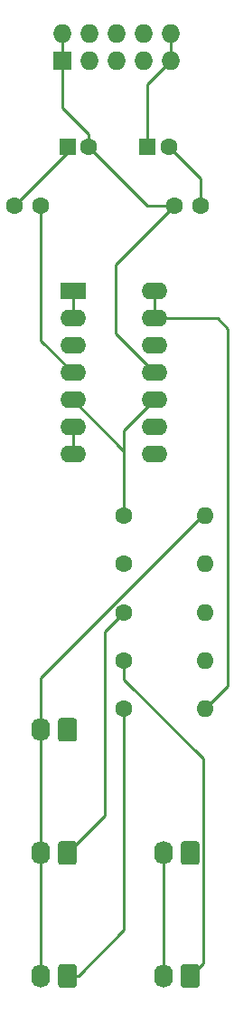
<source format=gbr>
%TF.GenerationSoftware,KiCad,Pcbnew,(5.1.8-0-10_14)*%
%TF.CreationDate,2021-08-22T20:49:35-04:00*%
%TF.ProjectId,bump,62756d70-2e6b-4696-9361-645f70636258,rev?*%
%TF.SameCoordinates,Original*%
%TF.FileFunction,Copper,L1,Top*%
%TF.FilePolarity,Positive*%
%FSLAX46Y46*%
G04 Gerber Fmt 4.6, Leading zero omitted, Abs format (unit mm)*
G04 Created by KiCad (PCBNEW (5.1.8-0-10_14)) date 2021-08-22 20:49:35*
%MOMM*%
%LPD*%
G01*
G04 APERTURE LIST*
%TA.AperFunction,ComponentPad*%
%ADD10C,1.600000*%
%TD*%
%TA.AperFunction,ComponentPad*%
%ADD11R,1.600000X1.600000*%
%TD*%
%TA.AperFunction,ComponentPad*%
%ADD12O,1.740000X2.200000*%
%TD*%
%TA.AperFunction,ComponentPad*%
%ADD13R,1.727200X1.727200*%
%TD*%
%TA.AperFunction,ComponentPad*%
%ADD14O,1.727200X1.727200*%
%TD*%
%TA.AperFunction,ComponentPad*%
%ADD15O,1.600000X1.600000*%
%TD*%
%TA.AperFunction,ComponentPad*%
%ADD16R,2.400000X1.600000*%
%TD*%
%TA.AperFunction,ComponentPad*%
%ADD17O,2.400000X1.600000*%
%TD*%
%TA.AperFunction,Conductor*%
%ADD18C,0.250000*%
%TD*%
G04 APERTURE END LIST*
D10*
%TO.P,C1,2*%
%TO.N,GND*%
X67500000Y-66000000D03*
D11*
%TO.P,C1,1*%
%TO.N,Net-(C1-Pad1)*%
X65500000Y-66000000D03*
%TD*%
%TO.P,C2,1*%
%TO.N,GND*%
X58000000Y-66000000D03*
D10*
%TO.P,C2,2*%
%TO.N,Net-(C2-Pad2)*%
X60000000Y-66000000D03*
%TD*%
%TO.P,C3,1*%
%TO.N,GND*%
X53000000Y-71500000D03*
%TO.P,C3,2*%
%TO.N,Net-(C1-Pad1)*%
X55500000Y-71500000D03*
%TD*%
%TO.P,C4,2*%
%TO.N,GND*%
X70500000Y-71500000D03*
%TO.P,C4,1*%
%TO.N,Net-(C2-Pad2)*%
X68000000Y-71500000D03*
%TD*%
%TO.P,INPUT1,1*%
%TO.N,Net-(INPUT1-Pad1)*%
%TA.AperFunction,ComponentPad*%
G36*
G01*
X58870000Y-119649999D02*
X58870000Y-121350001D01*
G75*
G02*
X58620001Y-121600000I-249999J0D01*
G01*
X57379999Y-121600000D01*
G75*
G02*
X57130000Y-121350001I0J249999D01*
G01*
X57130000Y-119649999D01*
G75*
G02*
X57379999Y-119400000I249999J0D01*
G01*
X58620001Y-119400000D01*
G75*
G02*
X58870000Y-119649999I0J-249999D01*
G01*
G37*
%TD.AperFunction*%
D12*
%TO.P,INPUT1,2*%
%TO.N,GND*%
X55460000Y-120500000D03*
%TD*%
D13*
%TO.P,J1,1*%
%TO.N,Net-(C2-Pad2)*%
X57500000Y-58000000D03*
D14*
%TO.P,J1,2*%
X57500000Y-55460000D03*
%TO.P,J1,3*%
%TO.N,GND*%
X60040000Y-58000000D03*
%TO.P,J1,4*%
X60040000Y-55460000D03*
%TO.P,J1,5*%
X62580000Y-58000000D03*
%TO.P,J1,6*%
X62580000Y-55460000D03*
%TO.P,J1,7*%
X65120000Y-58000000D03*
%TO.P,J1,8*%
X65120000Y-55460000D03*
%TO.P,J1,9*%
%TO.N,Net-(C1-Pad1)*%
X67660000Y-58000000D03*
%TO.P,J1,10*%
X67660000Y-55460000D03*
%TD*%
D12*
%TO.P,OUTPUT1,2*%
%TO.N,GND*%
X66960000Y-132000000D03*
%TO.P,OUTPUT1,1*%
%TO.N,Net-(OUTPUT1-Pad1)*%
%TA.AperFunction,ComponentPad*%
G36*
G01*
X70370000Y-131149999D02*
X70370000Y-132850001D01*
G75*
G02*
X70120001Y-133100000I-249999J0D01*
G01*
X68879999Y-133100000D01*
G75*
G02*
X68630000Y-132850001I0J249999D01*
G01*
X68630000Y-131149999D01*
G75*
G02*
X68879999Y-130900000I249999J0D01*
G01*
X70120001Y-130900000D01*
G75*
G02*
X70370000Y-131149999I0J-249999D01*
G01*
G37*
%TD.AperFunction*%
%TD*%
%TO.P,OUTPUT2,1*%
%TO.N,Net-(OUTPUT2-Pad1)*%
%TA.AperFunction,ComponentPad*%
G36*
G01*
X58870000Y-131149999D02*
X58870000Y-132850001D01*
G75*
G02*
X58620001Y-133100000I-249999J0D01*
G01*
X57379999Y-133100000D01*
G75*
G02*
X57130000Y-132850001I0J249999D01*
G01*
X57130000Y-131149999D01*
G75*
G02*
X57379999Y-130900000I249999J0D01*
G01*
X58620001Y-130900000D01*
G75*
G02*
X58870000Y-131149999I0J-249999D01*
G01*
G37*
%TD.AperFunction*%
%TO.P,OUTPUT2,2*%
%TO.N,GND*%
X55460000Y-132000000D03*
%TD*%
%TO.P,OUTPUT3,2*%
%TO.N,GND*%
X66960000Y-143500000D03*
%TO.P,OUTPUT3,1*%
%TO.N,Net-(OUTPUT3-Pad1)*%
%TA.AperFunction,ComponentPad*%
G36*
G01*
X70370000Y-142649999D02*
X70370000Y-144350001D01*
G75*
G02*
X70120001Y-144600000I-249999J0D01*
G01*
X68879999Y-144600000D01*
G75*
G02*
X68630000Y-144350001I0J249999D01*
G01*
X68630000Y-142649999D01*
G75*
G02*
X68879999Y-142400000I249999J0D01*
G01*
X70120001Y-142400000D01*
G75*
G02*
X70370000Y-142649999I0J-249999D01*
G01*
G37*
%TD.AperFunction*%
%TD*%
%TO.P,OUTPUT4,1*%
%TO.N,Net-(OUTPUT4-Pad1)*%
%TA.AperFunction,ComponentPad*%
G36*
G01*
X58870000Y-142649999D02*
X58870000Y-144350001D01*
G75*
G02*
X58620001Y-144600000I-249999J0D01*
G01*
X57379999Y-144600000D01*
G75*
G02*
X57130000Y-144350001I0J249999D01*
G01*
X57130000Y-142649999D01*
G75*
G02*
X57379999Y-142400000I249999J0D01*
G01*
X58620001Y-142400000D01*
G75*
G02*
X58870000Y-142649999I0J-249999D01*
G01*
G37*
%TD.AperFunction*%
%TO.P,OUTPUT4,2*%
%TO.N,GND*%
X55460000Y-143500000D03*
%TD*%
D10*
%TO.P,R1,1*%
%TO.N,Net-(INPUT1-Pad1)*%
X63295001Y-100500000D03*
D15*
%TO.P,R1,2*%
%TO.N,GND*%
X70915001Y-100500000D03*
%TD*%
%TO.P,R2,2*%
%TO.N,Net-(R2-Pad2)*%
X70915001Y-105000000D03*
D10*
%TO.P,R2,1*%
%TO.N,Net-(OUTPUT1-Pad1)*%
X63295001Y-105000000D03*
%TD*%
%TO.P,R3,1*%
%TO.N,Net-(OUTPUT2-Pad1)*%
X63295001Y-109500000D03*
D15*
%TO.P,R3,2*%
%TO.N,Net-(R3-Pad2)*%
X70915001Y-109500000D03*
%TD*%
%TO.P,R4,2*%
%TO.N,Net-(R4-Pad2)*%
X70915001Y-114000000D03*
D10*
%TO.P,R4,1*%
%TO.N,Net-(OUTPUT3-Pad1)*%
X63295001Y-114000000D03*
%TD*%
%TO.P,R5,1*%
%TO.N,Net-(OUTPUT4-Pad1)*%
X63295001Y-118500000D03*
D15*
%TO.P,R5,2*%
%TO.N,Net-(R5-Pad2)*%
X70915001Y-118500000D03*
%TD*%
D16*
%TO.P,U1,1*%
%TO.N,Net-(R2-Pad2)*%
X58500000Y-79500000D03*
D17*
%TO.P,U1,8*%
%TO.N,Net-(R4-Pad2)*%
X66120000Y-94740000D03*
%TO.P,U1,2*%
%TO.N,Net-(R2-Pad2)*%
X58500000Y-82040000D03*
%TO.P,U1,9*%
%TO.N,Net-(R4-Pad2)*%
X66120000Y-92200000D03*
%TO.P,U1,3*%
%TO.N,Net-(INPUT1-Pad1)*%
X58500000Y-84580000D03*
%TO.P,U1,10*%
X66120000Y-89660000D03*
%TO.P,U1,4*%
%TO.N,Net-(C1-Pad1)*%
X58500000Y-87120000D03*
%TO.P,U1,11*%
%TO.N,Net-(C2-Pad2)*%
X66120000Y-87120000D03*
%TO.P,U1,5*%
%TO.N,Net-(INPUT1-Pad1)*%
X58500000Y-89660000D03*
%TO.P,U1,12*%
X66120000Y-84580000D03*
%TO.P,U1,6*%
%TO.N,Net-(R3-Pad2)*%
X58500000Y-92200000D03*
%TO.P,U1,13*%
%TO.N,Net-(R5-Pad2)*%
X66120000Y-82040000D03*
%TO.P,U1,7*%
%TO.N,Net-(R3-Pad2)*%
X58500000Y-94740000D03*
%TO.P,U1,14*%
%TO.N,Net-(R5-Pad2)*%
X66120000Y-79500000D03*
%TD*%
D18*
%TO.N,GND*%
X55460000Y-143500000D02*
X55460000Y-132000000D01*
X55460000Y-120500000D02*
X55460000Y-132000000D01*
X66960000Y-132000000D02*
X66960000Y-143500000D01*
X70915001Y-71915001D02*
X70500000Y-71500000D01*
X70915001Y-100500000D02*
X71000000Y-100500000D01*
X70629999Y-100500000D02*
X70915001Y-100500000D01*
X55460000Y-115669999D02*
X70629999Y-100500000D01*
X55460000Y-120500000D02*
X55460000Y-115669999D01*
X70500000Y-69000000D02*
X67500000Y-66000000D01*
X70500000Y-71500000D02*
X70500000Y-69000000D01*
X58000000Y-66500000D02*
X58000000Y-66000000D01*
X53000000Y-71500000D02*
X58000000Y-66500000D01*
%TO.N,Net-(C1-Pad1)*%
X67660000Y-55460000D02*
X67660000Y-58000000D01*
X65500000Y-60160000D02*
X67660000Y-58000000D01*
X65500000Y-66000000D02*
X65500000Y-60160000D01*
X55500000Y-84120000D02*
X58500000Y-87120000D01*
X55500000Y-71500000D02*
X55500000Y-84120000D01*
%TO.N,Net-(C2-Pad2)*%
X68000000Y-71500000D02*
X62500000Y-77000000D01*
X62500000Y-83500000D02*
X66120000Y-87120000D01*
X62500000Y-77000000D02*
X62500000Y-83500000D01*
X60000000Y-64868630D02*
X57500000Y-62368630D01*
X60000000Y-66000000D02*
X60000000Y-64868630D01*
X57500000Y-62368630D02*
X57500000Y-58000000D01*
X57500000Y-55460000D02*
X57500000Y-58000000D01*
X65500000Y-71500000D02*
X60000000Y-66000000D01*
X68000000Y-71500000D02*
X65500000Y-71500000D01*
%TO.N,Net-(INPUT1-Pad1)*%
X58500000Y-84500000D02*
X58500000Y-84580000D01*
X63295001Y-92484999D02*
X63295001Y-100500000D01*
X66120000Y-89660000D02*
X63295001Y-92484999D01*
X63295001Y-94455001D02*
X58500000Y-89660000D01*
X63295001Y-100500000D02*
X63295001Y-94455001D01*
%TO.N,Net-(OUTPUT2-Pad1)*%
X58000000Y-132000000D02*
X61500000Y-128500000D01*
X61500000Y-111295001D02*
X63295001Y-109500000D01*
X61500000Y-128500000D02*
X61500000Y-111295001D01*
%TO.N,Net-(OUTPUT3-Pad1)*%
X70695010Y-142304990D02*
X70695010Y-123195010D01*
X69500000Y-143500000D02*
X70695010Y-142304990D01*
X63295001Y-115795001D02*
X63295001Y-114000000D01*
X70695010Y-123195010D02*
X63295001Y-115795001D01*
%TO.N,Net-(OUTPUT4-Pad1)*%
X63295001Y-118500000D02*
X63295001Y-139204999D01*
X59000000Y-143500000D02*
X58000000Y-143500000D01*
X63295001Y-139204999D02*
X59000000Y-143500000D01*
%TO.N,Net-(R2-Pad2)*%
X58500000Y-82040000D02*
X58500000Y-82500000D01*
X58500000Y-79500000D02*
X58500000Y-82040000D01*
%TO.N,Net-(R3-Pad2)*%
X58500000Y-92200000D02*
X58500000Y-94740000D01*
%TO.N,Net-(R5-Pad2)*%
X66120000Y-79500000D02*
X66120000Y-82040000D01*
X66120000Y-82040000D02*
X72040000Y-82040000D01*
X70915001Y-118500000D02*
X73000000Y-116415001D01*
X73000000Y-83000000D02*
X72040000Y-82040000D01*
X73000000Y-116415001D02*
X73000000Y-83000000D01*
%TD*%
M02*

</source>
